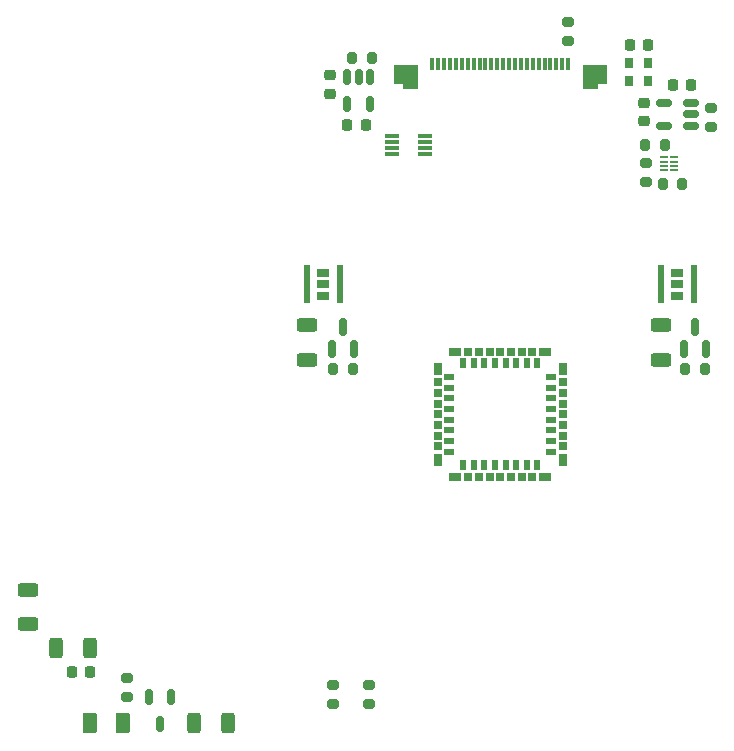
<source format=gbr>
%TF.GenerationSoftware,KiCad,Pcbnew,9.0.6+1*%
%TF.CreationDate,2026-01-19T19:04:29+00:00*%
%TF.ProjectId,Mainboard,4d61696e-626f-4617-9264-2e6b69636164, + (Unreleased)*%
%TF.SameCoordinates,Original*%
%TF.FileFunction,Paste,Bot*%
%TF.FilePolarity,Positive*%
%FSLAX46Y46*%
G04 Gerber Fmt 4.6, Leading zero omitted, Abs format (unit mm)*
G04 Created by KiCad (PCBNEW 9.0.6+1) date 2026-01-19 19:04:29*
%MOMM*%
%LPD*%
G01*
G04 APERTURE LIST*
G04 Aperture macros list*
%AMRoundRect*
0 Rectangle with rounded corners*
0 $1 Rounding radius*
0 $2 $3 $4 $5 $6 $7 $8 $9 X,Y pos of 4 corners*
0 Add a 4 corners polygon primitive as box body*
4,1,4,$2,$3,$4,$5,$6,$7,$8,$9,$2,$3,0*
0 Add four circle primitives for the rounded corners*
1,1,$1+$1,$2,$3*
1,1,$1+$1,$4,$5*
1,1,$1+$1,$6,$7*
1,1,$1+$1,$8,$9*
0 Add four rect primitives between the rounded corners*
20,1,$1+$1,$2,$3,$4,$5,0*
20,1,$1+$1,$4,$5,$6,$7,0*
20,1,$1+$1,$6,$7,$8,$9,0*
20,1,$1+$1,$8,$9,$2,$3,0*%
%AMFreePoly0*
4,1,7,1.050000,-0.975000,-1.050000,-0.975000,-1.050000,0.625000,-0.250000,0.625000,-0.250000,0.975000,1.050000,0.975000,1.050000,-0.975000,1.050000,-0.975000,$1*%
%AMFreePoly1*
4,1,7,0.250000,0.625000,1.050000,0.625000,1.050000,-0.975000,-1.050000,-0.975000,-1.050000,0.975000,0.250000,0.975000,0.250000,0.625000,0.250000,0.625000,$1*%
G04 Aperture macros list end*
%ADD10RoundRect,0.225000X0.225000X0.250000X-0.225000X0.250000X-0.225000X-0.250000X0.225000X-0.250000X0*%
%ADD11R,0.650000X0.850000*%
%ADD12RoundRect,0.225000X-0.250000X0.225000X-0.250000X-0.225000X0.250000X-0.225000X0.250000X0.225000X0*%
%ADD13RoundRect,0.075000X0.075000X0.475000X-0.075000X0.475000X-0.075000X-0.475000X0.075000X-0.475000X0*%
%ADD14FreePoly0,180.000000*%
%ADD15FreePoly1,180.000000*%
%ADD16RoundRect,0.200000X0.275000X-0.200000X0.275000X0.200000X-0.275000X0.200000X-0.275000X-0.200000X0*%
%ADD17RoundRect,0.250000X-0.625000X0.312500X-0.625000X-0.312500X0.625000X-0.312500X0.625000X0.312500X0*%
%ADD18RoundRect,0.200000X-0.275000X0.200000X-0.275000X-0.200000X0.275000X-0.200000X0.275000X0.200000X0*%
%ADD19RoundRect,0.150000X-0.150000X0.512500X-0.150000X-0.512500X0.150000X-0.512500X0.150000X0.512500X0*%
%ADD20RoundRect,0.200000X0.200000X0.275000X-0.200000X0.275000X-0.200000X-0.275000X0.200000X-0.275000X0*%
%ADD21R,0.650000X0.170000*%
%ADD22R,1.010000X0.750000*%
%ADD23R,0.500000X3.300000*%
%ADD24RoundRect,0.200000X-0.200000X-0.275000X0.200000X-0.275000X0.200000X0.275000X-0.200000X0.275000X0*%
%ADD25RoundRect,0.250000X-0.312500X-0.625000X0.312500X-0.625000X0.312500X0.625000X-0.312500X0.625000X0*%
%ADD26R,0.650000X1.100000*%
%ADD27R,0.650000X0.650000*%
%ADD28R,1.100000X0.650000*%
%ADD29R,0.840000X0.500000*%
%ADD30R,0.500000X0.840000*%
%ADD31RoundRect,0.087500X0.537500X0.087500X-0.537500X0.087500X-0.537500X-0.087500X0.537500X-0.087500X0*%
%ADD32RoundRect,0.225000X-0.225000X-0.250000X0.225000X-0.250000X0.225000X0.250000X-0.225000X0.250000X0*%
%ADD33RoundRect,0.150000X0.512500X0.150000X-0.512500X0.150000X-0.512500X-0.150000X0.512500X-0.150000X0*%
%ADD34RoundRect,0.250000X-0.375000X-0.625000X0.375000X-0.625000X0.375000X0.625000X-0.375000X0.625000X0*%
%ADD35RoundRect,0.150000X0.150000X-0.587500X0.150000X0.587500X-0.150000X0.587500X-0.150000X-0.587500X0*%
G04 APERTURE END LIST*
D10*
%TO.C,C702*%
X181275000Y-189800000D03*
X179725000Y-189800000D03*
%TD*%
D11*
%TO.C,Y1201*%
X226900000Y-138225000D03*
X228550000Y-138225000D03*
X228550000Y-139775000D03*
X226900000Y-139775000D03*
%TD*%
D12*
%TO.C,C804*%
X228200000Y-141650000D03*
X228200000Y-143200000D03*
%TD*%
D13*
%TO.C,X1201*%
X221750000Y-138300000D03*
X221250000Y-138300000D03*
X220750000Y-138300000D03*
X220250000Y-138300000D03*
X219750000Y-138300000D03*
X219250000Y-138300000D03*
X218750000Y-138300000D03*
X218250000Y-138300000D03*
X217750000Y-138300000D03*
X217250000Y-138300000D03*
X216750000Y-138300000D03*
X216250000Y-138300000D03*
X215750000Y-138300000D03*
X215250000Y-138300000D03*
X214750000Y-138300000D03*
X214250000Y-138300000D03*
X213750000Y-138300000D03*
X213250000Y-138300000D03*
X212750000Y-138300000D03*
X212250000Y-138300000D03*
X211750000Y-138300000D03*
X211250000Y-138300000D03*
X210750000Y-138300000D03*
X210250000Y-138300000D03*
D14*
X224000000Y-139425000D03*
D15*
X208000000Y-139425000D03*
%TD*%
D16*
%TO.C,R802*%
X233843750Y-143700000D03*
X233843750Y-142050000D03*
%TD*%
D17*
%TO.C,R1104*%
X199600000Y-160437500D03*
X199600000Y-163362500D03*
%TD*%
D12*
%TO.C,C802*%
X201575001Y-139300000D03*
X201575001Y-140850000D03*
%TD*%
D18*
%TO.C,R709*%
X184400000Y-190312500D03*
X184400000Y-191962500D03*
%TD*%
D19*
%TO.C,Q701*%
X186250000Y-191962500D03*
X188150000Y-191962500D03*
X187200000Y-194237500D03*
%TD*%
D17*
%TO.C,R1106*%
X229600000Y-160437500D03*
X229600000Y-163362500D03*
%TD*%
D20*
%TO.C,R801*%
X205100000Y-137800000D03*
X203450000Y-137800000D03*
%TD*%
D21*
%TO.C,IC1202*%
X229900000Y-147300000D03*
X229899999Y-146950000D03*
X229899999Y-146600000D03*
X229900000Y-146250000D03*
X230749998Y-146250000D03*
X230749999Y-146600000D03*
X230749999Y-146950000D03*
X230749998Y-147300000D03*
%TD*%
D22*
%TO.C,D1102*%
X231000000Y-158000000D03*
X231000000Y-157000000D03*
X231000000Y-156000000D03*
D23*
X232399999Y-157000000D03*
X229600001Y-157000000D03*
%TD*%
D24*
%TO.C,R1206*%
X229775000Y-148500000D03*
X231425000Y-148500000D03*
%TD*%
%TO.C,R1103*%
X201875000Y-164200000D03*
X203525000Y-164200000D03*
%TD*%
D25*
%TO.C,R711*%
X190037500Y-194100000D03*
X192962500Y-194100000D03*
%TD*%
D22*
%TO.C,D1101*%
X201000000Y-158000000D03*
X201000000Y-157000000D03*
X201000000Y-156000000D03*
D23*
X202399999Y-157000000D03*
X199600001Y-157000000D03*
%TD*%
D26*
%TO.C,X1001*%
X210695000Y-164175000D03*
D27*
X210695000Y-165300000D03*
X210695000Y-166200000D03*
X210695000Y-167100000D03*
X210695000Y-168000000D03*
X210695000Y-168900000D03*
X210695000Y-169800000D03*
X210695000Y-170700000D03*
D26*
X210695000Y-171825000D03*
D28*
X212175000Y-162695000D03*
X212175000Y-173305000D03*
D27*
X213300000Y-162695000D03*
X213300000Y-173305000D03*
X214200000Y-162695000D03*
X214200000Y-173305000D03*
X215100000Y-162695000D03*
X215100000Y-173305000D03*
X216000000Y-162695000D03*
X216000000Y-173305000D03*
X216900000Y-162695000D03*
X216900000Y-173305000D03*
X217800000Y-162695000D03*
X217800000Y-173305000D03*
X218700000Y-162695000D03*
X218700000Y-173305000D03*
D28*
X219825000Y-162695000D03*
X219825000Y-173305000D03*
D26*
X221305000Y-164175000D03*
D27*
X221305000Y-165300000D03*
X221305000Y-166200000D03*
X221305000Y-167100000D03*
X221305000Y-168000000D03*
X221305000Y-168900000D03*
X221305000Y-169800000D03*
X221305000Y-170700000D03*
D26*
X221305000Y-171825000D03*
D29*
X211690000Y-171150000D03*
X211690000Y-170250000D03*
X211690000Y-169350000D03*
X211690000Y-168450000D03*
X211690000Y-167550000D03*
X211690000Y-166650000D03*
X211690000Y-165750000D03*
X211690000Y-164850000D03*
D30*
X212850000Y-163690000D03*
X213750000Y-163690000D03*
X214650000Y-163690000D03*
X215550000Y-163690000D03*
X216450000Y-163690000D03*
X217350000Y-163690000D03*
X218250000Y-163690000D03*
X219150000Y-163690000D03*
D29*
X220310000Y-164850000D03*
X220310000Y-165750000D03*
X220310000Y-166650000D03*
X220310000Y-167550000D03*
X220310000Y-168450000D03*
X220310000Y-169350000D03*
X220310000Y-170250000D03*
X220310000Y-171150000D03*
D30*
X219150000Y-172310000D03*
X218250000Y-172310000D03*
X217350000Y-172310000D03*
X216450000Y-172310000D03*
X215550000Y-172310000D03*
X214650000Y-172310000D03*
X213750000Y-172310000D03*
X212850000Y-172310000D03*
%TD*%
D31*
%TO.C,IC1201*%
X209600000Y-144449999D03*
X209600000Y-144950000D03*
X209600000Y-145450000D03*
X209600000Y-145950001D03*
X206800000Y-145950001D03*
X206800000Y-145450000D03*
X206800000Y-144950000D03*
X206800000Y-144449999D03*
%TD*%
D10*
%TO.C,C803*%
X232137500Y-140100000D03*
X230587500Y-140100000D03*
%TD*%
D32*
%TO.C,C805*%
X203050000Y-143500000D03*
X204600000Y-143500000D03*
%TD*%
D33*
%TO.C,IC802*%
X232137500Y-141650000D03*
X232137500Y-142600000D03*
X232137500Y-143550000D03*
X229862500Y-143550000D03*
X229862500Y-141650000D03*
%TD*%
D34*
%TO.C,F701*%
X181275000Y-194110000D03*
X184075000Y-194110000D03*
%TD*%
D35*
%TO.C,Q1102*%
X233450000Y-162437500D03*
X231550000Y-162437500D03*
X232500000Y-160562500D03*
%TD*%
D24*
%TO.C,R1105*%
X231675000Y-164200000D03*
X233325000Y-164200000D03*
%TD*%
D25*
%TO.C,R707*%
X178350000Y-187800000D03*
X181275000Y-187800000D03*
%TD*%
D32*
%TO.C,C1201*%
X227000000Y-136725000D03*
X228550000Y-136725000D03*
%TD*%
D17*
%TO.C,R706*%
X176000000Y-182837500D03*
X176000000Y-185762500D03*
%TD*%
D35*
%TO.C,Q1101*%
X203650000Y-162437500D03*
X201750000Y-162437500D03*
X202700000Y-160562500D03*
%TD*%
D19*
%TO.C,IC803*%
X203050000Y-139462500D03*
X204000000Y-139462500D03*
X204950000Y-139462500D03*
X204950000Y-141737500D03*
X203050000Y-141737500D03*
%TD*%
D16*
%TO.C,R702*%
X201850000Y-192525000D03*
X201850000Y-190875000D03*
%TD*%
%TO.C,R701*%
X204850000Y-192525000D03*
X204850000Y-190875000D03*
%TD*%
D18*
%TO.C,R1204*%
X228300000Y-146675000D03*
X228300000Y-148325000D03*
%TD*%
D16*
%TO.C,R1201*%
X221700000Y-136425000D03*
X221700000Y-134775000D03*
%TD*%
D24*
%TO.C,R1205*%
X228275000Y-145200000D03*
X229925000Y-145200000D03*
%TD*%
M02*

</source>
